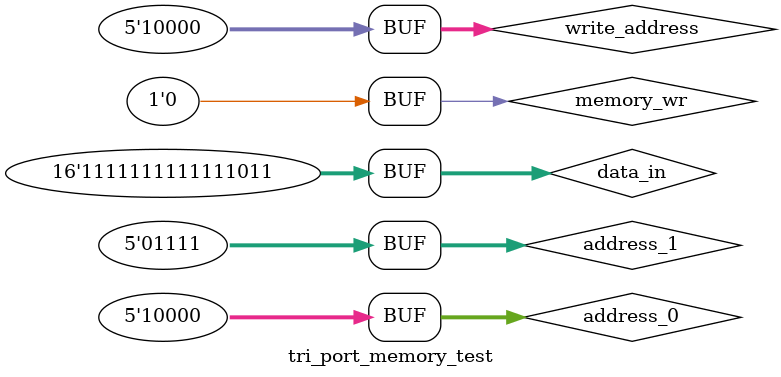
<source format=sv>
`timescale 1 ns / 1 ps

module tri_port_memory_test#(
      DATA_WIDTH = 16,
      ADDRESS_WIDTH = 5
   );

   logic [DATA_WIDTH - 1:0] data_in, data_0, data_1;
   logic [ADDRESS_WIDTH - 1:0] write_address, address_0, address_1;
   logic memory_wr, read_clock, write_clock;

   clock_generator GCLOCK(read_clock);

   clock_divider DCLOCK(
      .clock_f_in(read_clock),
      .clock_fd2_out(write_clock)
   );

   tri_port_memory memory0(
      .data_in(data_in),
      .write_address_in(write_address),
      .address_0_in(address_0),
      .address_1_in(address_1),
      .memory_wr_in(memory_wr),
      .read_clock_in(read_clock),
      .write_clock_in(write_clock),
      .data_0_out(data_0),
      .data_1_out(data_1)
   );

   initial 
   begin
      data_in = 16'b0000000000000001;
      write_address = 5'b00000;
      address_0 =  5'b00000;
      address_1 = 5'b11111;
      memory_wr = 1'b0;
      #3 memory_wr = 1'b1;
      #2 memory_wr = 1'b0;
      #2 data_in = 16'b0000000000000101;
         write_address = 5'b11111;
       memory_wr = 1'b1;
      #2 memory_wr = 1'b0;
      #2 data_in = 16'b1111111111111111;
         write_address = 5'b01111;
         address_0 =  5'b01111;
       memory_wr = 1'b1;
      #2 memory_wr = 1'b0;
      #2 data_in = 16'b1111111111111011;
         write_address = 5'b10000;
         address_1 = 5'b10000;
       memory_wr = 1'b1;
      #2 memory_wr = 1'b0;
      #4 address_0 = 5'b11111;
         address_1 = 5'b00000;
      #4 address_0 = 5'b10000;
         address_1 = 5'b01111;
   end

endmodule
</source>
